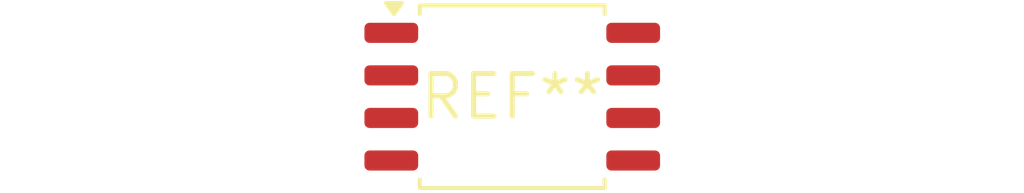
<source format=kicad_pcb>
(kicad_pcb (version 20240108) (generator pcbnew)
  (layers (0 "F.Cu" signal) (31 "B.Cu" signal) (34 "B.Paste" user) (35 "F.Paste" user) (36 "B.SilkS" user "B.Silkscreen") (37 "F.SilkS" user "F.Silkscreen") (38 "B.Mask" user) (39 "F.Mask" user) (44 "Edge.Cuts" user))
  (net 0 "")
  (footprint "SOP-8_5.28x5.23mm_P1.27mm" (layer "F.Cu") (at 0 0)
    (property "Reference" "REF**")
    (property "Value" "SOP-8_5.28x5.23mm_P1.27mm")
    (fp_line (start -2.75 -2.725) (end -2.75 -2.465) (layer "F.SilkS") (stroke (width 0.12)))
    (fp_line (start -2.75 2.725) (end -2.75 2.465) (layer "F.SilkS") (stroke (width 0.12)))
    (fp_line (start 0 -2.725) (end -2.75 -2.725) (layer "F.SilkS") (stroke (width 0.12)))
    (fp_line (start 0 -2.725) (end 2.75 -2.725) (layer "F.SilkS") (stroke (width 0.12)))
    (fp_line (start 0 2.725) (end -2.75 2.725) (layer "F.SilkS") (stroke (width 0.12)))
    (fp_line (start 0 2.725) (end 2.75 2.725) (layer "F.SilkS") (stroke (width 0.12)))
    (fp_line (start 2.75 -2.725) (end 2.75 -2.465) (layer "F.SilkS") (stroke (width 0.12)))
    (fp_line (start 2.75 2.725) (end 2.75 2.465) (layer "F.SilkS") (stroke (width 0.12)))
    (fp_poly (pts (xy -3.52 -2.465) (xy -3.76 -2.795) (xy -3.28 -2.795) (xy -3.52 -2.465)) (layer "F.SilkS") (stroke (width 0.12)) (fill solid))
    (pad "1" smd roundrect (at -3.6 -1.905) (size 1.6 0.6) (layers "F.Cu" "F.Paste" "F.Mask"))
    (pad "2" smd roundrect (at -3.6 -0.635) (size 1.6 0.6) (layers "F.Cu" "F.Paste" "F.Mask"))
    (pad "3" smd roundrect (at -3.6 0.635) (size 1.6 0.6) (layers "F.Cu" "F.Paste" "F.Mask"))
    (pad "4" smd roundrect (at -3.6 1.905) (size 1.6 0.6) (layers "F.Cu" "F.Paste" "F.Mask"))
    (pad "5" smd roundrect (at 3.6 1.905) (size 1.6 0.6) (layers "F.Cu" "F.Paste" "F.Mask"))
    (pad "6" smd roundrect (at 3.6 0.635) (size 1.6 0.6) (layers "F.Cu" "F.Paste" "F.Mask"))
    (pad "7" smd roundrect (at 3.6 -0.635) (size 1.6 0.6) (layers "F.Cu" "F.Paste" "F.Mask"))
    (pad "8" smd roundrect (at 3.6 -1.905) (size 1.6 0.6) (layers "F.Cu" "F.Paste" "F.Mask"))
  )
)
</source>
